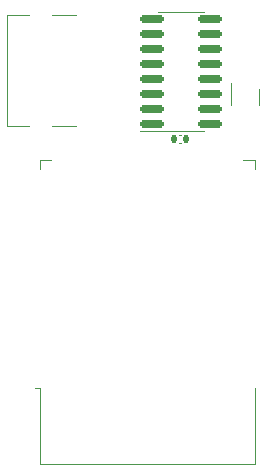
<source format=gbr>
%TF.GenerationSoftware,KiCad,Pcbnew,8.0.7*%
%TF.CreationDate,2024-12-28T12:59:27+01:00*%
%TF.ProjectId,scd30_esp,73636433-305f-4657-9370-2e6b69636164,rev?*%
%TF.SameCoordinates,Original*%
%TF.FileFunction,Legend,Bot*%
%TF.FilePolarity,Positive*%
%FSLAX46Y46*%
G04 Gerber Fmt 4.6, Leading zero omitted, Abs format (unit mm)*
G04 Created by KiCad (PCBNEW 8.0.7) date 2024-12-28 12:59:27*
%MOMM*%
%LPD*%
G01*
G04 APERTURE LIST*
G04 Aperture macros list*
%AMRoundRect*
0 Rectangle with rounded corners*
0 $1 Rounding radius*
0 $2 $3 $4 $5 $6 $7 $8 $9 X,Y pos of 4 corners*
0 Add a 4 corners polygon primitive as box body*
4,1,4,$2,$3,$4,$5,$6,$7,$8,$9,$2,$3,0*
0 Add four circle primitives for the rounded corners*
1,1,$1+$1,$2,$3*
1,1,$1+$1,$4,$5*
1,1,$1+$1,$6,$7*
1,1,$1+$1,$8,$9*
0 Add four rect primitives between the rounded corners*
20,1,$1+$1,$2,$3,$4,$5,0*
20,1,$1+$1,$4,$5,$6,$7,0*
20,1,$1+$1,$6,$7,$8,$9,0*
20,1,$1+$1,$8,$9,$2,$3,0*%
G04 Aperture macros list end*
%ADD10C,0.120000*%
%ADD11C,0.010000*%
%ADD12RoundRect,0.150000X-0.825000X-0.150000X0.825000X-0.150000X0.825000X0.150000X-0.825000X0.150000X0*%
%ADD13O,1.600000X1.000000*%
%ADD14O,2.100000X1.000000*%
%ADD15R,1.450000X0.600000*%
%ADD16R,1.450000X0.300000*%
%ADD17C,0.650000*%
%ADD18RoundRect,0.140000X0.140000X0.170000X-0.140000X0.170000X-0.140000X-0.170000X0.140000X-0.170000X0*%
%ADD19O,1.700000X1.700000*%
%ADD20R,1.700000X1.700000*%
%ADD21C,0.600000*%
%ADD22R,3.800000X3.800000*%
%ADD23R,1.500000X0.900000*%
%ADD24R,0.900000X1.500000*%
%ADD25R,0.400000X0.650000*%
%ADD26C,3.200000*%
G04 APERTURE END LIST*
D10*
%TO.C,U3*%
X67140000Y-49905000D02*
X70590000Y-49905000D01*
X72540000Y-39785000D02*
X70590000Y-39785000D01*
X72540000Y-49905000D02*
X70590000Y-49905000D01*
X68640000Y-39785000D02*
X70590000Y-39785000D01*
%TO.C,J2*%
X55855000Y-40050000D02*
X55855000Y-49450000D01*
X55855000Y-40050000D02*
X57755000Y-40050000D01*
X59655000Y-49450000D02*
X61655000Y-49450000D01*
X55855000Y-49450000D02*
X57755000Y-49450000D01*
X59655000Y-40050000D02*
X61655000Y-40050000D01*
%TO.C,C4*%
X70377164Y-50910000D02*
X70592836Y-50910000D01*
X70377164Y-50190000D02*
X70592836Y-50190000D01*
%TO.C,U2*%
X59610000Y-52330000D02*
X58610000Y-52330000D01*
X58230000Y-71655000D02*
X58610000Y-71655000D01*
X75850000Y-52330000D02*
X76850000Y-52330000D01*
X76850000Y-71655000D02*
X76850000Y-78070000D01*
X58610000Y-52330000D02*
X58610000Y-53110000D01*
X76850000Y-78070000D02*
X58610000Y-78070000D01*
X76850000Y-52330000D02*
X76850000Y-53110000D01*
X58610000Y-71655000D02*
X58610000Y-78070000D01*
%TO.C,Q3*%
X74840000Y-45800000D02*
X74840000Y-47700000D01*
X77160000Y-47700000D02*
X77160000Y-46300000D01*
%TD*%
%LPC*%
D11*
%TO.C,G\u002A\u002A\u002A*%
X79643011Y-41591496D02*
X79703914Y-41605591D01*
X80173743Y-41751845D01*
X80569765Y-41947000D01*
X80889849Y-42189588D01*
X81131868Y-42478144D01*
X81232000Y-42658188D01*
X81284476Y-42777484D01*
X81319611Y-42885099D01*
X81340798Y-43004241D01*
X81351430Y-43158117D01*
X81354901Y-43369935D01*
X81355018Y-43499636D01*
X81345546Y-43849798D01*
X81311889Y-44135411D01*
X81244574Y-44375319D01*
X81134124Y-44588362D01*
X80971066Y-44793382D01*
X80745924Y-45009220D01*
X80487971Y-45223827D01*
X80243218Y-45458631D01*
X80085888Y-45703870D01*
X80011082Y-45967257D01*
X80009986Y-45976155D01*
X80000359Y-46129249D01*
X80020189Y-46220909D01*
X80057480Y-46266191D01*
X80124725Y-46343515D01*
X80104479Y-46391244D01*
X79996751Y-46409362D01*
X79981909Y-46409542D01*
X79855602Y-46429554D01*
X79692100Y-46480471D01*
X79584778Y-46524997D01*
X79451112Y-46586347D01*
X79356616Y-46628069D01*
X79325637Y-46640000D01*
X79324266Y-46600950D01*
X79336973Y-46517394D01*
X79360411Y-46394787D01*
X79099660Y-46425433D01*
X78934696Y-46434265D01*
X78851513Y-46415498D01*
X78845554Y-46374356D01*
X78912266Y-46316061D01*
X79047093Y-46245838D01*
X79245480Y-46168911D01*
X79354206Y-46133520D01*
X79511798Y-46076131D01*
X79631726Y-46016229D01*
X79688291Y-45966678D01*
X79688475Y-45966213D01*
X79704892Y-45878932D01*
X79714914Y-45739865D01*
X79716364Y-45662852D01*
X79706445Y-45506649D01*
X79665838Y-45398210D01*
X79578263Y-45294068D01*
X79578260Y-45294065D01*
X79433608Y-45191849D01*
X79299010Y-45175401D01*
X79181656Y-45238172D01*
X79088734Y-45373611D01*
X79027434Y-45575167D01*
X79005102Y-45816332D01*
X79001441Y-46085818D01*
X78846340Y-46085818D01*
X78705226Y-46113617D01*
X78576828Y-46208903D01*
X78557256Y-46229248D01*
X78423273Y-46372677D01*
X78423273Y-46226136D01*
X78415574Y-46127350D01*
X78379400Y-46098784D01*
X78319364Y-46111105D01*
X78207568Y-46166166D01*
X78111545Y-46237722D01*
X78039378Y-46297855D01*
X78011597Y-46295019D01*
X78007636Y-46252469D01*
X78050580Y-46077077D01*
X78176097Y-45936011D01*
X78379219Y-45834149D01*
X78457148Y-45811299D01*
X78553262Y-45784124D01*
X78617748Y-45748918D01*
X78660570Y-45687265D01*
X78691692Y-45580752D01*
X78721079Y-45410963D01*
X78739208Y-45290033D01*
X78757957Y-45137162D01*
X78754758Y-45052143D01*
X78726911Y-45012491D01*
X78704784Y-45003206D01*
X78638141Y-44988502D01*
X78495742Y-44960539D01*
X78292776Y-44922182D01*
X78044432Y-44876296D01*
X77765900Y-44825747D01*
X77728229Y-44818976D01*
X77208651Y-44719709D01*
X76773179Y-44622470D01*
X76413699Y-44524140D01*
X76122097Y-44421599D01*
X75890259Y-44311731D01*
X75710070Y-44191417D01*
X75573418Y-44057537D01*
X75506118Y-43964965D01*
X75431167Y-43831654D01*
X75383826Y-43718365D01*
X75375273Y-43675322D01*
X75347463Y-43612213D01*
X75252013Y-43592090D01*
X75241511Y-43592000D01*
X75092904Y-43549485D01*
X74961997Y-43436604D01*
X74866002Y-43275353D01*
X74837479Y-43153375D01*
X74887225Y-43153375D01*
X74948216Y-43315547D01*
X75054348Y-43441435D01*
X75189359Y-43519120D01*
X75336986Y-43536681D01*
X75480968Y-43482198D01*
X75532186Y-43439285D01*
X75616546Y-43344044D01*
X75668632Y-43266103D01*
X75698683Y-43222547D01*
X75728459Y-43266103D01*
X75825426Y-43402420D01*
X75962760Y-43504253D01*
X76105275Y-43545774D01*
X76109507Y-43545818D01*
X76276215Y-43506865D01*
X76402713Y-43403860D01*
X76485319Y-43257587D01*
X76520350Y-43088829D01*
X76504120Y-42918371D01*
X76432948Y-42766994D01*
X76303148Y-42655483D01*
X76270071Y-42639895D01*
X76094843Y-42604103D01*
X75937179Y-42654954D01*
X75790707Y-42791915D01*
X75713154Y-42869664D01*
X75668901Y-42872102D01*
X75665545Y-42865254D01*
X75570198Y-42719827D01*
X75421987Y-42617867D01*
X75349042Y-42595138D01*
X75198508Y-42608976D01*
X75054124Y-42693086D01*
X74940899Y-42827321D01*
X74887637Y-42966840D01*
X74887225Y-43153375D01*
X74837479Y-43153375D01*
X74822128Y-43087729D01*
X74821091Y-43054684D01*
X74832918Y-42906818D01*
X74881759Y-42796687D01*
X74978109Y-42686836D01*
X75109185Y-42578466D01*
X75234441Y-42533887D01*
X75298656Y-42529818D01*
X75416061Y-42542733D01*
X75488756Y-42574367D01*
X75493068Y-42579787D01*
X75544860Y-42587523D01*
X75637306Y-42521514D01*
X75645884Y-42513452D01*
X75755600Y-42423816D01*
X75877081Y-42362351D01*
X76030088Y-42324250D01*
X76234383Y-42304709D01*
X76509728Y-42298924D01*
X76528249Y-42298909D01*
X77028666Y-42298909D01*
X77298788Y-42096889D01*
X77736564Y-41817081D01*
X78183490Y-41627942D01*
X78645951Y-41528168D01*
X79130329Y-41516453D01*
X79643011Y-41591496D01*
G36*
X79643011Y-41591496D02*
G01*
X79703914Y-41605591D01*
X80173743Y-41751845D01*
X80569765Y-41947000D01*
X80889849Y-42189588D01*
X81131868Y-42478144D01*
X81232000Y-42658188D01*
X81284476Y-42777484D01*
X81319611Y-42885099D01*
X81340798Y-43004241D01*
X81351430Y-43158117D01*
X81354901Y-43369935D01*
X81355018Y-43499636D01*
X81345546Y-43849798D01*
X81311889Y-44135411D01*
X81244574Y-44375319D01*
X81134124Y-44588362D01*
X80971066Y-44793382D01*
X80745924Y-45009220D01*
X80487971Y-45223827D01*
X80243218Y-45458631D01*
X80085888Y-45703870D01*
X80011082Y-45967257D01*
X80009986Y-45976155D01*
X80000359Y-46129249D01*
X80020189Y-46220909D01*
X80057480Y-46266191D01*
X80124725Y-46343515D01*
X80104479Y-46391244D01*
X79996751Y-46409362D01*
X79981909Y-46409542D01*
X79855602Y-46429554D01*
X79692100Y-46480471D01*
X79584778Y-46524997D01*
X79451112Y-46586347D01*
X79356616Y-46628069D01*
X79325637Y-46640000D01*
X79324266Y-46600950D01*
X79336973Y-46517394D01*
X79360411Y-46394787D01*
X79099660Y-46425433D01*
X78934696Y-46434265D01*
X78851513Y-46415498D01*
X78845554Y-46374356D01*
X78912266Y-46316061D01*
X79047093Y-46245838D01*
X79245480Y-46168911D01*
X79354206Y-46133520D01*
X79511798Y-46076131D01*
X79631726Y-46016229D01*
X79688291Y-45966678D01*
X79688475Y-45966213D01*
X79704892Y-45878932D01*
X79714914Y-45739865D01*
X79716364Y-45662852D01*
X79706445Y-45506649D01*
X79665838Y-45398210D01*
X79578263Y-45294068D01*
X79578260Y-45294065D01*
X79433608Y-45191849D01*
X79299010Y-45175401D01*
X79181656Y-45238172D01*
X79088734Y-45373611D01*
X79027434Y-45575167D01*
X79005102Y-45816332D01*
X79001441Y-46085818D01*
X78846340Y-46085818D01*
X78705226Y-46113617D01*
X78576828Y-46208903D01*
X78557256Y-46229248D01*
X78423273Y-46372677D01*
X78423273Y-46226136D01*
X78415574Y-46127350D01*
X78379400Y-46098784D01*
X78319364Y-46111105D01*
X78207568Y-46166166D01*
X78111545Y-46237722D01*
X78039378Y-46297855D01*
X78011597Y-46295019D01*
X78007636Y-46252469D01*
X78050580Y-46077077D01*
X78176097Y-45936011D01*
X78379219Y-45834149D01*
X78457148Y-45811299D01*
X78553262Y-45784124D01*
X78617748Y-45748918D01*
X78660570Y-45687265D01*
X78691692Y-45580752D01*
X78721079Y-45410963D01*
X78739208Y-45290033D01*
X78757957Y-45137162D01*
X78754758Y-45052143D01*
X78726911Y-45012491D01*
X78704784Y-45003206D01*
X78638141Y-44988502D01*
X78495742Y-44960539D01*
X78292776Y-44922182D01*
X78044432Y-44876296D01*
X77765900Y-44825747D01*
X77728229Y-44818976D01*
X77208651Y-44719709D01*
X76773179Y-44622470D01*
X76413699Y-44524140D01*
X76122097Y-44421599D01*
X75890259Y-44311731D01*
X75710070Y-44191417D01*
X75573418Y-44057537D01*
X75506118Y-43964965D01*
X75431167Y-43831654D01*
X75383826Y-43718365D01*
X75375273Y-43675322D01*
X75347463Y-43612213D01*
X75252013Y-43592090D01*
X75241511Y-43592000D01*
X75092904Y-43549485D01*
X74961997Y-43436604D01*
X74866002Y-43275353D01*
X74837479Y-43153375D01*
X74887225Y-43153375D01*
X74948216Y-43315547D01*
X75054348Y-43441435D01*
X75189359Y-43519120D01*
X75336986Y-43536681D01*
X75480968Y-43482198D01*
X75532186Y-43439285D01*
X75616546Y-43344044D01*
X75668632Y-43266103D01*
X75698683Y-43222547D01*
X75728459Y-43266103D01*
X75825426Y-43402420D01*
X75962760Y-43504253D01*
X76105275Y-43545774D01*
X76109507Y-43545818D01*
X76276215Y-43506865D01*
X76402713Y-43403860D01*
X76485319Y-43257587D01*
X76520350Y-43088829D01*
X76504120Y-42918371D01*
X76432948Y-42766994D01*
X76303148Y-42655483D01*
X76270071Y-42639895D01*
X76094843Y-42604103D01*
X75937179Y-42654954D01*
X75790707Y-42791915D01*
X75713154Y-42869664D01*
X75668901Y-42872102D01*
X75665545Y-42865254D01*
X75570198Y-42719827D01*
X75421987Y-42617867D01*
X75349042Y-42595138D01*
X75198508Y-42608976D01*
X75054124Y-42693086D01*
X74940899Y-42827321D01*
X74887637Y-42966840D01*
X74887225Y-43153375D01*
X74837479Y-43153375D01*
X74822128Y-43087729D01*
X74821091Y-43054684D01*
X74832918Y-42906818D01*
X74881759Y-42796687D01*
X74978109Y-42686836D01*
X75109185Y-42578466D01*
X75234441Y-42533887D01*
X75298656Y-42529818D01*
X75416061Y-42542733D01*
X75488756Y-42574367D01*
X75493068Y-42579787D01*
X75544860Y-42587523D01*
X75637306Y-42521514D01*
X75645884Y-42513452D01*
X75755600Y-42423816D01*
X75877081Y-42362351D01*
X76030088Y-42324250D01*
X76234383Y-42304709D01*
X76509728Y-42298924D01*
X76528249Y-42298909D01*
X77028666Y-42298909D01*
X77298788Y-42096889D01*
X77736564Y-41817081D01*
X78183490Y-41627942D01*
X78645951Y-41528168D01*
X79130329Y-41516453D01*
X79643011Y-41591496D01*
G37*
X75487730Y-42981303D02*
X75570345Y-43062655D01*
X75606182Y-43149414D01*
X75571099Y-43227681D01*
X75491403Y-43309657D01*
X75405425Y-43358412D01*
X75386480Y-43361091D01*
X75315722Y-43331297D01*
X75263117Y-43288520D01*
X75204233Y-43203484D01*
X75190545Y-43153273D01*
X75227296Y-43062276D01*
X75310912Y-42979707D01*
X75398364Y-42945455D01*
X75487730Y-42981303D01*
G36*
X75487730Y-42981303D02*
G01*
X75570345Y-43062655D01*
X75606182Y-43149414D01*
X75571099Y-43227681D01*
X75491403Y-43309657D01*
X75405425Y-43358412D01*
X75386480Y-43361091D01*
X75315722Y-43331297D01*
X75263117Y-43288520D01*
X75204233Y-43203484D01*
X75190545Y-43153273D01*
X75227296Y-43062276D01*
X75310912Y-42979707D01*
X75398364Y-42945455D01*
X75487730Y-42981303D01*
G37*
X76105146Y-42988184D02*
X76180459Y-43084808D01*
X76188504Y-43110769D01*
X76185474Y-43240367D01*
X76119780Y-43327620D01*
X76016592Y-43358764D01*
X75901076Y-43320034D01*
X75863480Y-43288520D01*
X75797517Y-43184476D01*
X75820749Y-43083922D01*
X75879963Y-43017722D01*
X75995213Y-42962877D01*
X76105146Y-42988184D01*
G36*
X76105146Y-42988184D02*
G01*
X76180459Y-43084808D01*
X76188504Y-43110769D01*
X76185474Y-43240367D01*
X76119780Y-43327620D01*
X76016592Y-43358764D01*
X75901076Y-43320034D01*
X75863480Y-43288520D01*
X75797517Y-43184476D01*
X75820749Y-43083922D01*
X75879963Y-43017722D01*
X75995213Y-42962877D01*
X76105146Y-42988184D01*
G37*
%TD*%
D12*
%TO.C,U3*%
X73065000Y-49290000D03*
X73065000Y-48020000D03*
X73065000Y-46750000D03*
X73065000Y-45480000D03*
X73065000Y-44210000D03*
X73065000Y-42940000D03*
X73065000Y-41670000D03*
X73065000Y-40400000D03*
X68115000Y-40400000D03*
X68115000Y-41670000D03*
X68115000Y-42940000D03*
X68115000Y-44210000D03*
X68115000Y-45480000D03*
X68115000Y-46750000D03*
X68115000Y-48020000D03*
X68115000Y-49290000D03*
%TD*%
D13*
%TO.C,J2*%
X58705000Y-40430000D03*
D14*
X62885000Y-40430000D03*
X62885000Y-49070000D03*
D13*
X58705000Y-49070000D03*
D15*
X63800000Y-48000000D03*
X63800000Y-47200000D03*
D16*
X63800000Y-46500000D03*
X63800000Y-45500000D03*
X63800000Y-44000000D03*
X63800000Y-43000000D03*
D15*
X63800000Y-42300000D03*
X63800000Y-41500000D03*
X63800000Y-41500000D03*
X63800000Y-42300000D03*
D16*
X63800000Y-43500000D03*
X63800000Y-44500000D03*
X63800000Y-45000000D03*
X63800000Y-46000000D03*
D15*
X63800000Y-47200000D03*
X63800000Y-48000000D03*
D17*
X62355000Y-47640000D03*
X62355000Y-41860000D03*
%TD*%
D18*
%TO.C,C4*%
X70965000Y-50550000D03*
X70005000Y-50550000D03*
%TD*%
D19*
%TO.C,J1*%
X80000000Y-54760000D03*
X80000000Y-57300000D03*
X80000000Y-59840000D03*
X80000000Y-62380000D03*
X80000000Y-64920000D03*
X80000000Y-67460000D03*
D20*
X80000000Y-70000000D03*
%TD*%
D21*
%TO.C,U2*%
X66205000Y-62040000D03*
X66930000Y-61340000D03*
X66930000Y-64140000D03*
X66205000Y-63440000D03*
X65530000Y-64140000D03*
X67630000Y-63440000D03*
X65530000Y-62740000D03*
X64830000Y-62040000D03*
X65530000Y-61340000D03*
X67630000Y-62040000D03*
X66930000Y-62740000D03*
X64830000Y-63440000D03*
D22*
X66230000Y-62740000D03*
D23*
X76480000Y-70460000D03*
X76480000Y-69190000D03*
X76480000Y-67920000D03*
X76480000Y-66650000D03*
X76480000Y-65380000D03*
X76480000Y-64110000D03*
X76480000Y-62840000D03*
X76480000Y-61570000D03*
X76480000Y-60300000D03*
X76480000Y-59030000D03*
X76480000Y-57760000D03*
X76480000Y-56490000D03*
X76480000Y-55220000D03*
X76480000Y-53950000D03*
D24*
X73450000Y-52700000D03*
X72180000Y-52700000D03*
X70910000Y-52700000D03*
X69640000Y-52700000D03*
X68370000Y-52700000D03*
X67100000Y-52700000D03*
X65830000Y-52700000D03*
X64560000Y-52700000D03*
X63290000Y-52700000D03*
X62020000Y-52700000D03*
D23*
X58980000Y-53950000D03*
X58980000Y-55220000D03*
X58980000Y-56490000D03*
X58980000Y-57760000D03*
X58980000Y-59030000D03*
X58980000Y-60300000D03*
X58980000Y-61570000D03*
X58980000Y-62840000D03*
X58980000Y-64110000D03*
X58980000Y-65380000D03*
X58980000Y-66650000D03*
X58980000Y-67920000D03*
X58980000Y-69190000D03*
X58980000Y-70460000D03*
%TD*%
D25*
%TO.C,Q3*%
X75350000Y-47950000D03*
X76000000Y-47950000D03*
X76650000Y-47950000D03*
X76650000Y-46050000D03*
X76000000Y-46050000D03*
X75350000Y-46050000D03*
%TD*%
D26*
%TO.C,REF\u002A\u002A*%
X78400000Y-39600000D03*
%TD*%
%LPD*%
M02*

</source>
